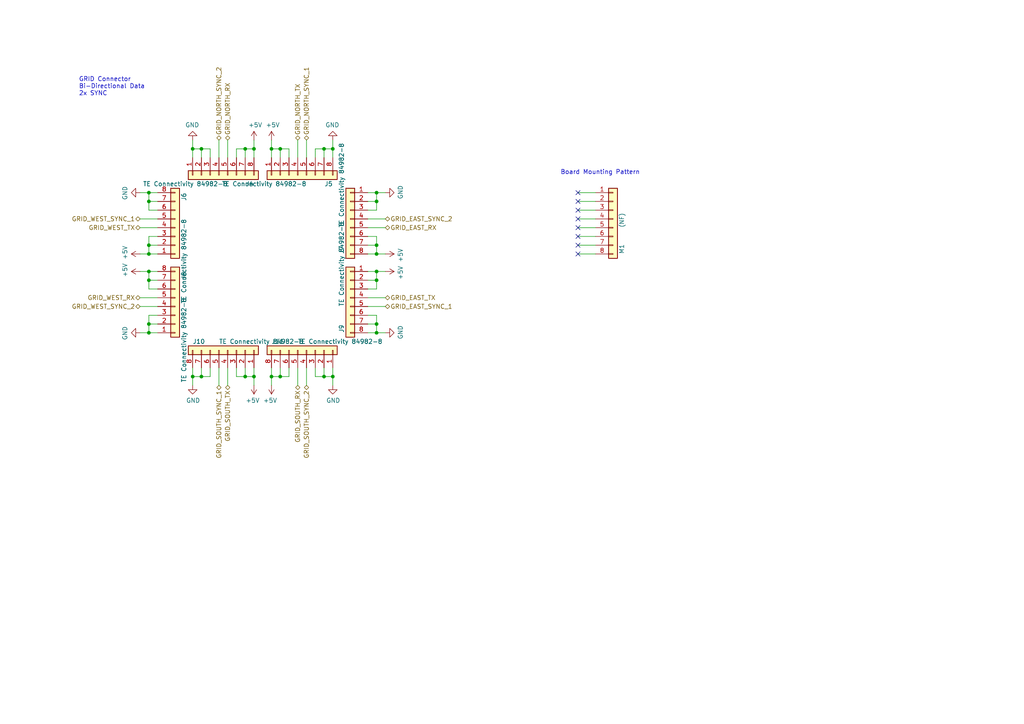
<source format=kicad_sch>
(kicad_sch (version 20211123) (generator eeschema)
  (paper "A4")
  (lib_symbols
    (symbol "Connector_Generic:Conn_01x08" (pin_names (offset 1.016) hide)
      (property "Reference" "J" (at 0 10.16 0))
      (property "Value" "Conn_01x08" (at 0 -12.7 0))
      (symbol "Conn_01x08_1_1"
        (rectangle (start -1.27 -10.033) (end 0 -10.287) (stroke (width 0.1524)))
        (rectangle (start -1.27 -7.493) (end 0 -7.747) (stroke (width 0.1524)))
        (rectangle (start -1.27 -4.953) (end 0 -5.207) (stroke (width 0.1524)))
        (rectangle (start -1.27 -2.413) (end 0 -2.667) (stroke (width 0.1524)))
        (rectangle (start -1.27 0.127) (end 0 -0.127) (stroke (width 0.1524)))
        (rectangle (start -1.27 2.667) (end 0 2.413) (stroke (width 0.1524)))
        (rectangle (start -1.27 5.207) (end 0 4.953) (stroke (width 0.1524)))
        (rectangle (start -1.27 7.747) (end 0 7.493) (stroke (width 0.1524)))
        (rectangle (start -1.27 8.89) (end 1.27 -11.43) (stroke (width 0.254)) (fill (type background)))
        (pin passive line (at -5.08 7.62 0) (length 3.81) (name "Pin_1") (number "1"))
        (pin passive line (at -5.08 5.08 0) (length 3.81) (name "Pin_2") (number "2"))
        (pin passive line (at -5.08 2.54 0) (length 3.81) (name "Pin_3") (number "3"))
        (pin passive line (at -5.08 0 0) (length 3.81) (name "Pin_4") (number "4"))
        (pin passive line (at -5.08 -2.54 0) (length 3.81) (name "Pin_5") (number "5"))
        (pin passive line (at -5.08 -5.08 0) (length 3.81) (name "Pin_6") (number "6"))
        (pin passive line (at -5.08 -7.62 0) (length 3.81) (name "Pin_7") (number "7"))
        (pin passive line (at -5.08 -10.16 0) (length 3.81) (name "Pin_8") (number "8"))
      )
    )
    (symbol "power:+5V" (power) (pin_names (offset 0))
      (property "Value" "+5V" (at 0 3.556 0))
      (symbol "+5V_0_1"
        (polyline (pts (xy -0.762 1.27) (xy 0 2.54)))
        (polyline (pts (xy 0 0) (xy 0 2.54)))
        (polyline (pts (xy 0 2.54) (xy 0.762 1.27)))
      )
      (symbol "+5V_1_1"
        (pin power_in line (at 0 0 90) (length 0) hide (name "+5V") (number "1"))
      )
    )
    (symbol "power:GND" (power) (pin_names (offset 0))
      (property "Value" "GND" (at 0 -3.81 0))
      (symbol "GND_0_1"
        (polyline (pts (xy 0 0) (xy 0 -1.27) (xy 1.27 -1.27) (xy 0 -2.54) (xy -1.27 -1.27) (xy 0 -1.27)))
      )
      (symbol "GND_1_1"
        (pin power_in line (at 0 0 270) (length 0) hide (name "GND") (number "1"))
      )
    )
  )
  (junction (at 43.18 55.88))
  (junction (at 96.52 109.22))
  (junction (at 93.98 109.22))
  (junction (at 43.18 73.66))
  (junction (at 73.66 43.18))
  (junction (at 55.88 43.18))
  (junction (at 109.22 73.66))
  (junction (at 109.22 78.74))
  (junction (at 109.22 96.52))
  (junction (at 78.74 109.22))
  (junction (at 93.98 43.18))
  (junction (at 109.22 71.12))
  (junction (at 78.74 43.18))
  (junction (at 73.66 109.22))
  (junction (at 71.12 109.22))
  (junction (at 109.22 93.98))
  (junction (at 109.22 58.42))
  (junction (at 81.28 43.18))
  (junction (at 43.18 96.52))
  (junction (at 58.42 43.18))
  (junction (at 43.18 93.98))
  (junction (at 58.42 109.22))
  (junction (at 43.18 71.12))
  (junction (at 43.18 81.28))
  (junction (at 81.28 109.22))
  (junction (at 55.88 109.22))
  (junction (at 96.52 43.18))
  (junction (at 43.18 58.42))
  (junction (at 71.12 43.18))
  (junction (at 109.22 55.88))
  (junction (at 109.22 81.28))
  (junction (at 43.18 78.74))
  (no_connect (at 167.64 63.5))
  (no_connect (at 167.64 66.04))
  (no_connect (at 167.64 55.88))
  (no_connect (at 167.64 60.96))
  (no_connect (at 167.64 73.66))
  (no_connect (at 167.64 71.12))
  (no_connect (at 167.64 68.58))
  (no_connect (at 167.64 58.42))
  (wire (pts (xy 60.96 43.18) (xy 60.96 45.72)))
  (wire (pts (xy 106.68 71.12) (xy 109.22 71.12)))
  (wire (pts (xy 43.18 58.42) (xy 43.18 55.88)))
  (wire (pts (xy 43.18 96.52) (xy 43.18 93.98)))
  (wire (pts (xy 81.28 109.22) (xy 78.74 109.22)))
  (wire (pts (xy 93.98 43.18) (xy 96.52 43.18)))
  (wire (pts (xy 55.88 40.64) (xy 55.88 43.18)))
  (wire (pts (xy 45.72 60.96) (xy 43.18 60.96)))
  (wire (pts (xy 83.82 106.68) (xy 83.82 109.22)))
  (wire (pts (xy 55.88 111.76) (xy 55.88 109.22)))
  (wire (pts (xy 93.98 45.72) (xy 93.98 43.18)))
  (wire (pts (xy 66.04 106.68) (xy 66.04 111.76)))
  (wire (pts (xy 43.18 60.96) (xy 43.18 58.42)))
  (wire (pts (xy 109.22 73.66) (xy 111.76 73.66)))
  (wire (pts (xy 172.72 66.04) (xy 167.64 66.04)))
  (wire (pts (xy 66.04 45.72) (xy 66.04 40.64)))
  (wire (pts (xy 172.72 58.42) (xy 167.64 58.42)))
  (wire (pts (xy 96.52 109.22) (xy 93.98 109.22)))
  (wire (pts (xy 58.42 45.72) (xy 58.42 43.18)))
  (wire (pts (xy 40.64 88.9) (xy 45.72 88.9)))
  (wire (pts (xy 106.68 96.52) (xy 109.22 96.52)))
  (wire (pts (xy 71.12 109.22) (xy 68.58 109.22)))
  (wire (pts (xy 45.72 66.04) (xy 40.64 66.04)))
  (wire (pts (xy 55.88 43.18) (xy 58.42 43.18)))
  (wire (pts (xy 71.12 43.18) (xy 73.66 43.18)))
  (wire (pts (xy 45.72 83.82) (xy 43.18 83.82)))
  (wire (pts (xy 45.72 86.36) (xy 40.64 86.36)))
  (wire (pts (xy 43.18 83.82) (xy 43.18 81.28)))
  (wire (pts (xy 106.68 68.58) (xy 109.22 68.58)))
  (wire (pts (xy 45.72 78.74) (xy 43.18 78.74)))
  (wire (pts (xy 68.58 43.18) (xy 71.12 43.18)))
  (wire (pts (xy 106.68 86.36) (xy 111.76 86.36)))
  (wire (pts (xy 172.72 63.5) (xy 167.64 63.5)))
  (wire (pts (xy 109.22 78.74) (xy 111.76 78.74)))
  (wire (pts (xy 109.22 68.58) (xy 109.22 71.12)))
  (wire (pts (xy 109.22 93.98) (xy 109.22 96.52)))
  (wire (pts (xy 68.58 45.72) (xy 68.58 43.18)))
  (wire (pts (xy 58.42 109.22) (xy 55.88 109.22)))
  (wire (pts (xy 43.18 71.12) (xy 43.18 68.58)))
  (wire (pts (xy 172.72 68.58) (xy 167.64 68.58)))
  (wire (pts (xy 55.88 45.72) (xy 55.88 43.18)))
  (wire (pts (xy 109.22 60.96) (xy 106.68 60.96)))
  (wire (pts (xy 109.22 55.88) (xy 109.22 58.42)))
  (wire (pts (xy 86.36 106.68) (xy 86.36 111.76)))
  (wire (pts (xy 43.18 81.28) (xy 43.18 78.74)))
  (wire (pts (xy 83.82 43.18) (xy 83.82 45.72)))
  (wire (pts (xy 93.98 106.68) (xy 93.98 109.22)))
  (wire (pts (xy 58.42 43.18) (xy 60.96 43.18)))
  (wire (pts (xy 43.18 73.66) (xy 40.64 73.66)))
  (wire (pts (xy 106.68 66.04) (xy 111.76 66.04)))
  (wire (pts (xy 91.44 43.18) (xy 93.98 43.18)))
  (wire (pts (xy 106.68 93.98) (xy 109.22 93.98)))
  (wire (pts (xy 78.74 45.72) (xy 78.74 43.18)))
  (wire (pts (xy 45.72 96.52) (xy 43.18 96.52)))
  (wire (pts (xy 106.68 58.42) (xy 109.22 58.42)))
  (wire (pts (xy 43.18 93.98) (xy 43.18 91.44)))
  (wire (pts (xy 73.66 109.22) (xy 73.66 111.76)))
  (wire (pts (xy 68.58 109.22) (xy 68.58 106.68)))
  (wire (pts (xy 96.52 40.64) (xy 96.52 43.18)))
  (wire (pts (xy 60.96 109.22) (xy 58.42 109.22)))
  (wire (pts (xy 78.74 43.18) (xy 78.74 40.64)))
  (wire (pts (xy 111.76 96.52) (xy 109.22 96.52)))
  (wire (pts (xy 58.42 106.68) (xy 58.42 109.22)))
  (wire (pts (xy 45.72 58.42) (xy 43.18 58.42)))
  (wire (pts (xy 109.22 58.42) (xy 109.22 60.96)))
  (wire (pts (xy 111.76 63.5) (xy 106.68 63.5)))
  (wire (pts (xy 45.72 81.28) (xy 43.18 81.28)))
  (wire (pts (xy 73.66 43.18) (xy 73.66 40.64)))
  (wire (pts (xy 91.44 45.72) (xy 91.44 43.18)))
  (wire (pts (xy 55.88 106.68) (xy 55.88 109.22)))
  (wire (pts (xy 73.66 109.22) (xy 71.12 109.22)))
  (wire (pts (xy 63.5 40.64) (xy 63.5 45.72)))
  (wire (pts (xy 78.74 106.68) (xy 78.74 109.22)))
  (wire (pts (xy 73.66 106.68) (xy 73.66 109.22)))
  (wire (pts (xy 109.22 71.12) (xy 109.22 73.66)))
  (wire (pts (xy 96.52 106.68) (xy 96.52 109.22)))
  (wire (pts (xy 73.66 45.72) (xy 73.66 43.18)))
  (wire (pts (xy 106.68 81.28) (xy 109.22 81.28)))
  (wire (pts (xy 172.72 71.12) (xy 167.64 71.12)))
  (wire (pts (xy 88.9 111.76) (xy 88.9 106.68)))
  (wire (pts (xy 106.68 55.88) (xy 109.22 55.88)))
  (wire (pts (xy 106.68 88.9) (xy 111.76 88.9)))
  (wire (pts (xy 40.64 96.52) (xy 43.18 96.52)))
  (wire (pts (xy 45.72 55.88) (xy 43.18 55.88)))
  (wire (pts (xy 109.22 78.74) (xy 109.22 81.28)))
  (wire (pts (xy 71.12 45.72) (xy 71.12 43.18)))
  (wire (pts (xy 91.44 109.22) (xy 91.44 106.68)))
  (wire (pts (xy 81.28 43.18) (xy 83.82 43.18)))
  (wire (pts (xy 172.72 55.88) (xy 167.64 55.88)))
  (wire (pts (xy 45.72 73.66) (xy 43.18 73.66)))
  (wire (pts (xy 86.36 45.72) (xy 86.36 40.64)))
  (wire (pts (xy 106.68 73.66) (xy 109.22 73.66)))
  (wire (pts (xy 60.96 106.68) (xy 60.96 109.22)))
  (wire (pts (xy 45.72 63.5) (xy 40.64 63.5)))
  (wire (pts (xy 96.52 45.72) (xy 96.52 43.18)))
  (wire (pts (xy 43.18 73.66) (xy 43.18 71.12)))
  (wire (pts (xy 109.22 81.28) (xy 109.22 83.82)))
  (wire (pts (xy 81.28 106.68) (xy 81.28 109.22)))
  (wire (pts (xy 78.74 109.22) (xy 78.74 111.76)))
  (wire (pts (xy 71.12 106.68) (xy 71.12 109.22)))
  (wire (pts (xy 172.72 60.96) (xy 167.64 60.96)))
  (wire (pts (xy 43.18 68.58) (xy 45.72 68.58)))
  (wire (pts (xy 43.18 91.44) (xy 45.72 91.44)))
  (wire (pts (xy 109.22 91.44) (xy 109.22 93.98)))
  (wire (pts (xy 88.9 45.72) (xy 88.9 40.64)))
  (wire (pts (xy 45.72 93.98) (xy 43.18 93.98)))
  (wire (pts (xy 63.5 106.68) (xy 63.5 111.76)))
  (wire (pts (xy 96.52 111.76) (xy 96.52 109.22)))
  (wire (pts (xy 106.68 78.74) (xy 109.22 78.74)))
  (wire (pts (xy 109.22 83.82) (xy 106.68 83.82)))
  (wire (pts (xy 81.28 45.72) (xy 81.28 43.18)))
  (wire (pts (xy 83.82 109.22) (xy 81.28 109.22)))
  (wire (pts (xy 106.68 91.44) (xy 109.22 91.44)))
  (wire (pts (xy 45.72 71.12) (xy 43.18 71.12)))
  (wire (pts (xy 40.64 55.88) (xy 43.18 55.88)))
  (wire (pts (xy 43.18 78.74) (xy 40.64 78.74)))
  (wire (pts (xy 172.72 73.66) (xy 167.64 73.66)))
  (wire (pts (xy 78.74 43.18) (xy 81.28 43.18)))
  (wire (pts (xy 111.76 55.88) (xy 109.22 55.88)))
  (wire (pts (xy 93.98 109.22) (xy 91.44 109.22)))
  (text "Board Mounting Pattern\n" (at 162.56 50.8 0) (effects (font (size 1.27 1.27)) (justify left bottom)))
  (text "GRID Connector\nBi-Directional Data\n2x SYNC\n" (at 22.86 27.94 0) (effects (font (size 1.27 1.27)) (justify left bottom)))
  (hierarchical_label "GRID_NORTH_RX" (shape bidirectional) (at 66.04 40.64 90))
  (hierarchical_label "GRID_NORTH_TX" (shape bidirectional) (at 86.36 40.64 90))
  (hierarchical_label "GRID_SOUTH_SYNC_1" (shape bidirectional) (at 63.5 111.76 270))
  (hierarchical_label "GRID_NORTH_SYNC_1" (shape bidirectional) (at 88.9 40.64 90))
  (hierarchical_label "GRID_SOUTH_TX" (shape bidirectional) (at 66.04 111.76 270))
  (hierarchical_label "GRID_SOUTH_RX" (shape bidirectional) (at 86.36 111.76 270))
  (hierarchical_label "GRID_EAST_RX" (shape bidirectional) (at 111.76 66.04 0))
  (hierarchical_label "GRID_WEST_SYNC_2" (shape bidirectional) (at 40.64 88.9 180))
  (hierarchical_label "GRID_NORTH_SYNC_2" (shape bidirectional) (at 63.5 40.64 90))
  (hierarchical_label "GRID_EAST_TX" (shape bidirectional) (at 111.76 86.36 0))
  (hierarchical_label "GRID_WEST_TX" (shape bidirectional) (at 40.64 66.04 180))
  (hierarchical_label "GRID_WEST_RX" (shape bidirectional) (at 40.64 86.36 180))
  (hierarchical_label "GRID_EAST_SYNC_1" (shape bidirectional) (at 111.76 88.9 0))
  (hierarchical_label "GRID_SOUTH_SYNC_2" (shape bidirectional) (at 88.9 111.76 270))
  (hierarchical_label "GRID_WEST_SYNC_1" (shape bidirectional) (at 40.64 63.5 180))
  (hierarchical_label "GRID_EAST_SYNC_2" (shape bidirectional) (at 111.76 63.5 0))
  (symbol (lib_id "Connector_Generic:Conn_01x08") (at 50.8 66.04 0) (mirror x) (unit 1)
    (property "Reference" "J6" (at 53.34 55.88 90) (effects (justify left)))
    (property "Value" "TE Connectivity 84982-8" (at 53.34 63.5 90) (effects (justify left)))
    (property "Footprint" "suku_basics:grid_ffc_8_vertical_smd" (effects hide))
  )
  (symbol (lib_id "Connector_Generic:Conn_01x08") (at 50.8 88.9 0) (mirror x) (unit 1)
    (property "Reference" "J8" (at 53.34 78.74 90) (effects (justify left)))
    (property "Value" "TE Connectivity 84982-8" (at 53.34 86.36 90) (effects (justify left)))
    (property "Footprint" "suku_basics:grid_ffc_8_vertical_smd" (effects hide))
  )
  (symbol (lib_id "power:+5V") (at 40.64 73.66 90) (unit 1)
    (property "Reference" "#PWR0193" (effects hide))
    (property "Value" "+5V" (at 36.2458 73.279 0))
  )
  (symbol (lib_id "power:GND") (at 40.64 96.52 270) (unit 1)
    (property "Reference" "#PWR0197" (effects hide))
    (property "Value" "GND" (at 36.2458 96.647 0))
  )
  (symbol (lib_id "power:GND") (at 40.64 55.88 270) (unit 1)
    (property "Reference" "#PWR0191" (effects hide))
    (property "Value" "GND" (at 36.2458 56.007 0))
  )
  (symbol (lib_id "power:+5V") (at 40.64 78.74 90) (unit 1)
    (property "Reference" "#PWR0195" (effects hide))
    (property "Value" "+5V" (at 36.2458 78.359 0))
  )
  (symbol (lib_id "Connector_Generic:Conn_01x08") (at 86.36 50.8 90) (mirror x) (unit 1)
    (property "Reference" "J5" (at 96.52 53.34 90) (effects (justify left)))
    (property "Value" "TE Connectivity 84982-8" (at 88.9 53.34 90) (effects (justify left)))
    (property "Footprint" "suku_basics:grid_ffc_8_vertical_smd" (effects hide))
  )
  (symbol (lib_id "Connector_Generic:Conn_01x08") (at 63.5 50.8 90) (mirror x) (unit 1)
    (property "Reference" "J4" (at 73.66 53.34 90) (effects (justify left)))
    (property "Value" "TE Connectivity 84982-8" (at 66.04 53.34 90) (effects (justify left)))
    (property "Footprint" "suku_basics:grid_ffc_8_vertical_smd" (effects hide))
  )
  (symbol (lib_id "power:+5V") (at 78.74 40.64 0) (unit 1)
    (property "Reference" "#PWR0189" (effects hide))
    (property "Value" "+5V" (at 79.121 36.2458 0))
  )
  (symbol (lib_id "power:GND") (at 55.88 40.64 180) (unit 1)
    (property "Reference" "#PWR0187" (effects hide))
    (property "Value" "GND" (at 55.753 36.2458 0))
  )
  (symbol (lib_id "power:GND") (at 96.52 40.64 180) (unit 1)
    (property "Reference" "#PWR0190" (effects hide))
    (property "Value" "GND" (at 96.393 36.2458 0))
  )
  (symbol (lib_id "power:+5V") (at 73.66 40.64 0) (unit 1)
    (property "Reference" "#PWR0188" (effects hide))
    (property "Value" "+5V" (at 74.041 36.2458 0))
  )
  (symbol (lib_id "Connector_Generic:Conn_01x08") (at 101.6 86.36 0) (mirror y) (unit 1)
    (property "Reference" "J9" (at 99.06 96.52 90) (effects (justify left)))
    (property "Value" "TE Connectivity 84982-8" (at 99.06 88.9 90) (effects (justify left)))
    (property "Footprint" "suku_basics:grid_ffc_8_vertical_smd" (effects hide))
  )
  (symbol (lib_id "Connector_Generic:Conn_01x08") (at 101.6 63.5 0) (mirror y) (unit 1)
    (property "Reference" "J7" (at 99.06 73.66 90) (effects (justify left)))
    (property "Value" "TE Connectivity 84982-8" (at 99.06 66.04 90) (effects (justify left)))
    (property "Footprint" "suku_basics:grid_ffc_8_vertical_smd" (effects hide))
  )
  (symbol (lib_id "power:+5V") (at 111.76 78.74 270) (unit 1)
    (property "Reference" "#PWR0196" (effects hide))
    (property "Value" "+5V" (at 116.1542 79.121 0))
  )
  (symbol (lib_id "power:GND") (at 111.76 55.88 90) (unit 1)
    (property "Reference" "#PWR0192" (effects hide))
    (property "Value" "GND" (at 116.1542 55.753 0))
  )
  (symbol (lib_id "power:GND") (at 111.76 96.52 90) (unit 1)
    (property "Reference" "#PWR0198" (effects hide))
    (property "Value" "GND" (at 116.1542 96.393 0))
  )
  (symbol (lib_id "power:+5V") (at 111.76 73.66 270) (unit 1)
    (property "Reference" "#PWR0194" (effects hide))
    (property "Value" "+5V" (at 116.1542 74.041 0))
  )
  (symbol (lib_id "Connector_Generic:Conn_01x08") (at 66.04 101.6 270) (mirror x) (unit 1)
    (property "Reference" "J10" (at 55.88 99.06 90) (effects (justify left)))
    (property "Value" "TE Connectivity 84982-8" (at 63.5 99.06 90) (effects (justify left)))
    (property "Footprint" "suku_basics:grid_ffc_8_vertical_smd" (effects hide))
  )
  (symbol (lib_id "Connector_Generic:Conn_01x08") (at 88.9 101.6 270) (mirror x) (unit 1)
    (property "Reference" "J11" (at 78.74 99.06 90) (effects (justify left)))
    (property "Value" "TE Connectivity 84982-8" (at 86.36 99.06 90) (effects (justify left)))
    (property "Footprint" "suku_basics:grid_ffc_8_vertical_smd" (effects hide))
  )
  (symbol (lib_id "power:+5V") (at 73.66 111.76 180) (unit 1)
    (property "Reference" "#PWR0200" (effects hide))
    (property "Value" "+5V" (at 73.279 116.1542 0))
  )
  (symbol (lib_id "power:GND") (at 96.52 111.76 0) (unit 1)
    (property "Reference" "#PWR0202" (effects hide))
    (property "Value" "GND" (at 96.647 116.1542 0))
  )
  (symbol (lib_id "power:GND") (at 55.88 111.76 0) (unit 1)
    (property "Reference" "#PWR0199" (effects hide))
    (property "Value" "GND" (at 56.007 116.1542 0))
  )
  (symbol (lib_id "power:+5V") (at 78.74 111.76 180) (unit 1)
    (property "Reference" "#PWR0201" (effects hide))
    (property "Value" "+5V" (at 78.359 116.1542 0))
  )
  (symbol (lib_id "Connector_Generic:Conn_01x08") (at 177.8 63.5 0) (unit 1)
    (property "Reference" "M1" (at 180.34 73.66 90) (effects (justify left)))
    (property "Value" "(NF)" (at 180.34 66.04 90) (effects (justify left)))
    (property "Footprint" "suku_basics:grid_outline" (effects hide))
  )
)
</source>
